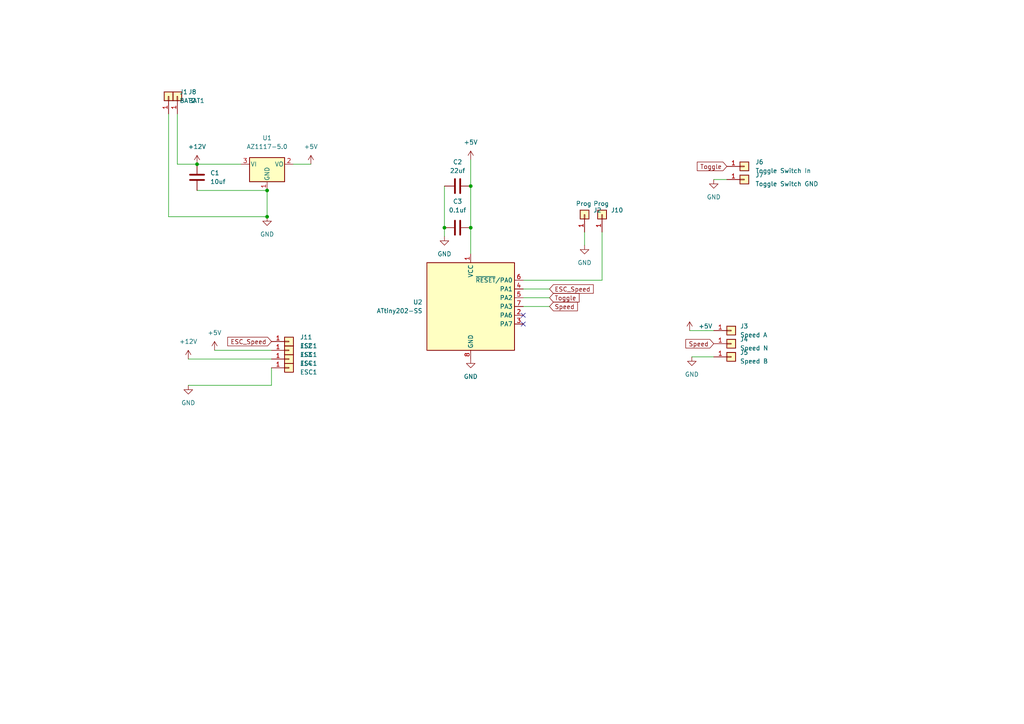
<source format=kicad_sch>
(kicad_sch (version 20211123) (generator eeschema)
  (paper "A4")
  (lib_symbols
    (symbol "Connector_Generic:Conn_01x01" (pin_names (offset 1.016) hide)
      (property "Reference" "J" (at 0 2.54 0))
      (property "Value" "Conn_01x01" (at 0 -2.54 0))
      (symbol "Conn_01x01_1_1"
        (rectangle (start -1.27 0.127) (end 0 -0.127) (stroke (width 0.1524)))
        (rectangle (start -1.27 1.27) (end 1.27 -1.27) (stroke (width 0.254)) (fill (type background)))
        (pin passive line (at -5.08 0 0) (length 3.81) (name "Pin_1") (number "1"))
      )
    )
    (symbol "Device:C" (pin_numbers hide) (pin_names (offset 0.254))
      (property "Reference" "C" (at 0.635 2.54 0))
      (property "Value" "C" (at 0.635 -2.54 0))
      (symbol "C_0_1"
        (polyline (pts (xy -2.032 -0.762) (xy 2.032 -0.762)) (stroke (width 0.508)))
        (polyline (pts (xy -2.032 0.762) (xy 2.032 0.762)) (stroke (width 0.508)))
      )
      (symbol "C_1_1"
        (pin passive line (at 0 3.81 270) (length 2.794) (name "~") (number "1"))
        (pin passive line (at 0 -3.81 90) (length 2.794) (name "~") (number "2"))
      )
    )
    (symbol "MCU_Microchip_ATtiny:ATtiny202-SS"
      (property "Reference" "U" (at -12.7 13.97 0))
      (property "Value" "ATtiny202-SS" (at 2.54 -13.97 0))
      (symbol "ATtiny202-SS_0_1"
        (rectangle (start -12.7 -12.7) (end 12.7 12.7) (stroke (width 0.254)) (fill (type background)))
      )
      (symbol "ATtiny202-SS_1_1"
        (pin power_in line (at 0 15.24 270) (length 2.54) (name "VCC") (number "1"))
        (pin bidirectional line (at 15.24 -2.54 180) (length 2.54) (name "PA6") (number "2"))
        (pin bidirectional line (at 15.24 -5.08 180) (length 2.54) (name "PA7") (number "3"))
        (pin bidirectional line (at 15.24 5.08 180) (length 2.54) (name "PA1") (number "4"))
        (pin bidirectional line (at 15.24 2.54 180) (length 2.54) (name "PA2") (number "5"))
        (pin bidirectional line (at 15.24 7.62 180) (length 2.54) (name "~{RESET}/PA0") (number "6"))
        (pin bidirectional line (at 15.24 0 180) (length 2.54) (name "PA3") (number "7"))
        (pin power_in line (at 0 -15.24 90) (length 2.54) (name "GND") (number "8"))
      )
    )
    (symbol "Regulator_Linear:AZ1117-5.0" (pin_names (offset 0.254))
      (property "Reference" "U" (at -3.81 3.175 0))
      (property "Value" "AZ1117-5.0" (at 0 3.175 0))
      (symbol "AZ1117-5.0_0_1"
        (rectangle (start -5.08 1.905) (end 5.08 -5.08) (stroke (width 0.254)) (fill (type background)))
      )
      (symbol "AZ1117-5.0_1_1"
        (pin power_in line (at 0 -7.62 90) (length 2.54) (name "GND") (number "1"))
        (pin power_out line (at 7.62 0 180) (length 2.54) (name "VO") (number "2"))
        (pin power_in line (at -7.62 0 0) (length 2.54) (name "VI") (number "3"))
      )
    )
    (symbol "power:+12V" (power) (pin_names (offset 0))
      (property "Value" "+12V" (at 0 3.556 0))
      (symbol "+12V_0_1"
        (polyline (pts (xy -0.762 1.27) (xy 0 2.54)))
        (polyline (pts (xy 0 0) (xy 0 2.54)))
        (polyline (pts (xy 0 2.54) (xy 0.762 1.27)))
      )
      (symbol "+12V_1_1"
        (pin power_in line (at 0 0 90) (length 0) hide (name "+12V") (number "1"))
      )
    )
    (symbol "power:+5V" (power) (pin_names (offset 0))
      (property "Value" "+5V" (at 0 3.556 0))
      (symbol "+5V_0_1"
        (polyline (pts (xy -0.762 1.27) (xy 0 2.54)))
        (polyline (pts (xy 0 0) (xy 0 2.54)))
        (polyline (pts (xy 0 2.54) (xy 0.762 1.27)))
      )
      (symbol "+5V_1_1"
        (pin power_in line (at 0 0 90) (length 0) hide (name "+5V") (number "1"))
      )
    )
    (symbol "power:GND" (power) (pin_names (offset 0))
      (property "Value" "GND" (at 0 -3.81 0))
      (symbol "GND_0_1"
        (polyline (pts (xy 0 0) (xy 0 -1.27) (xy 1.27 -1.27) (xy 0 -2.54) (xy -1.27 -1.27) (xy 0 -1.27)))
      )
      (symbol "GND_1_1"
        (pin power_in line (at 0 0 270) (length 0) hide (name "GND") (number "1"))
      )
    )
  )
  (junction (at 57.15 47.625))
  (junction (at 77.47 55.245))
  (junction (at 136.525 66.04))
  (junction (at 128.905 66.04))
  (junction (at 77.47 62.865))
  (junction (at 136.525 53.975))
  (no_connect (at 151.765 93.98))
  (no_connect (at 151.765 91.44))
  (wire (pts (xy 57.15 47.625) (xy 51.435 47.625)))
  (wire (pts (xy 136.525 46.355) (xy 136.525 53.975)))
  (wire (pts (xy 200.66 103.505) (xy 207.01 103.505)))
  (wire (pts (xy 54.61 111.76) (xy 78.74 111.76)))
  (wire (pts (xy 54.61 104.14) (xy 78.74 104.14)))
  (wire (pts (xy 207.01 52.07) (xy 210.82 52.07)))
  (wire (pts (xy 48.895 33.02) (xy 48.895 62.865)))
  (wire (pts (xy 200.025 95.885) (xy 207.01 95.885)))
  (wire (pts (xy 136.525 53.975) (xy 136.525 66.04)))
  (wire (pts (xy 151.765 86.36) (xy 159.385 86.36)))
  (wire (pts (xy 78.74 106.68) (xy 78.74 111.76)))
  (wire (pts (xy 151.765 83.82) (xy 159.385 83.82)))
  (wire (pts (xy 136.525 66.04) (xy 136.525 73.66)))
  (wire (pts (xy 62.23 101.6) (xy 78.74 101.6)))
  (wire (pts (xy 48.895 62.865) (xy 77.47 62.865)))
  (wire (pts (xy 174.625 67.31) (xy 174.625 81.28)))
  (wire (pts (xy 57.15 55.245) (xy 77.47 55.245)))
  (wire (pts (xy 128.905 66.04) (xy 128.905 68.58)))
  (wire (pts (xy 151.765 88.9) (xy 159.385 88.9)))
  (wire (pts (xy 85.09 47.625) (xy 90.17 47.625)))
  (wire (pts (xy 128.905 53.975) (xy 128.905 66.04)))
  (wire (pts (xy 57.15 47.625) (xy 69.85 47.625)))
  (wire (pts (xy 151.765 81.28) (xy 174.625 81.28)))
  (wire (pts (xy 77.47 55.245) (xy 77.47 62.865)))
  (wire (pts (xy 51.435 47.625) (xy 51.435 33.02)))
  (wire (pts (xy 169.545 67.31) (xy 169.545 71.12)))
  (global_label "Speed" (shape input) (at 159.385 88.9 0) (property "Intersheet References" "${INTERSHEET_REFS}" (effects hide)))
  (global_label "Toggle" (shape input) (at 159.385 86.36 0) (property "Intersheet References" "${INTERSHEET_REFS}" (effects hide)))
  (global_label "ESC_Speed" (shape input) (at 159.385 83.82 0) (property "Intersheet References" "${INTERSHEET_REFS}" (effects hide)))
  (global_label "ESC_Speed" (shape input) (at 78.74 99.06 180) (property "Intersheet References" "${INTERSHEET_REFS}" (effects hide)))
  (global_label "Speed" (shape input) (at 207.01 99.695 180) (property "Intersheet References" "${INTERSHEET_REFS}" (effects hide)))
  (global_label "Toggle" (shape input) (at 210.82 48.26 180) (property "Intersheet References" "${INTERSHEET_REFS}" (effects hide)))
  (symbol (lib_id "Connector_Generic:Conn_01x01") (at 51.435 27.94 90) (unit 1)
    (property "Reference" "J8" (at 54.61 26.6699 90) (effects (justify right)))
    (property "Value" "BAT1" (at 54.61 29.2099 90) (effects (justify right)))
    (property "Footprint" "TestPoint:TestPoint_Keystone_5015_Micro-Minature" (effects hide))
  )
  (symbol (lib_id "power:GND") (at 169.545 71.12 0) (unit 1)
    (property "Reference" "#PWR0102" (effects hide))
    (property "Value" "GND" (at 169.545 76.2 0))
  )
  (symbol (lib_id "power:+5V") (at 136.525 46.355 0) (unit 1)
    (property "Reference" "#PWR0114" (effects hide))
    (property "Value" "+5V" (at 136.525 41.275 0))
  )
  (symbol (lib_id "MCU_Microchip_ATtiny:ATtiny202-SS") (at 136.525 88.9 0) (unit 1)
    (property "Reference" "U2" (at 122.555 87.6299 0) (effects (justify right)))
    (property "Value" "ATtiny202-SS" (at 122.555 90.1699 0) (effects (justify right)))
    (property "Footprint" "Package_SO:SOIC-8_3.9x4.9mm_P1.27mm" (effects hide))
    (property "Datasheet" "http://ww1.microchip.com/downloads/en/DeviceDoc/ATtiny202-402-AVR-MCU-with-Core-Independent-Peripherals_and-picoPower-40001969A.pdf" (effects hide))
  )
  (symbol (lib_id "power:GND") (at 207.01 52.07 0) (unit 1)
    (property "Reference" "#PWR0105" (effects hide))
    (property "Value" "GND" (at 207.01 57.15 0))
  )
  (symbol (lib_id "power:GND") (at 128.905 68.58 0) (unit 1)
    (property "Reference" "#PWR0106" (effects hide))
    (property "Value" "GND" (at 128.905 73.66 0))
  )
  (symbol (lib_id "Connector_Generic:Conn_01x01") (at 83.82 106.68 0) (unit 1)
    (property "Reference" "J14" (at 86.995 105.4099 0) (effects (justify left)))
    (property "Value" "ESC1" (at 86.995 107.9499 0) (effects (justify left)))
    (property "Footprint" "TestPoint:TestPoint_Pad_1.5x1.5mm" (effects hide))
  )
  (symbol (lib_id "power:+12V") (at 57.15 47.625 0) (unit 1)
    (property "Reference" "#PWR0111" (effects hide))
    (property "Value" "+12V" (at 57.15 42.545 0))
  )
  (symbol (lib_id "Connector_Generic:Conn_01x01") (at 212.09 95.885 0) (unit 1)
    (property "Reference" "J3" (at 214.63 94.6149 0) (effects (justify left)))
    (property "Value" "Speed A" (at 214.63 97.1549 0) (effects (justify left)))
    (property "Footprint" "TestPoint:TestPoint_Keystone_5015_Micro-Minature" (effects hide))
  )
  (symbol (lib_id "Regulator_Linear:AZ1117-5.0") (at 77.47 47.625 0) (unit 1)
    (property "Reference" "U1" (at 77.47 40.005 0))
    (property "Value" "AZ1117-5.0" (at 77.47 42.545 0))
    (property "Footprint" "Package_TO_SOT_SMD:SOT-223" (effects hide))
    (property "Datasheet" "https://www.diodes.com/assets/Datasheets/AZ1117.pdf" (effects hide))
  )
  (symbol (lib_id "Connector_Generic:Conn_01x01") (at 212.09 103.505 0) (unit 1)
    (property "Reference" "J5" (at 214.63 102.2349 0) (effects (justify left)))
    (property "Value" "Speed B" (at 214.63 104.7749 0) (effects (justify left)))
    (property "Footprint" "TestPoint:TestPoint_Keystone_5015_Micro-Minature" (effects hide))
  )
  (symbol (lib_id "Connector_Generic:Conn_01x01") (at 215.9 52.07 0) (unit 1)
    (property "Reference" "J7" (at 219.075 50.7999 0) (effects (justify left)))
    (property "Value" "Toggle Switch GND" (at 219.075 53.3399 0) (effects (justify left)))
    (property "Footprint" "TestPoint:TestPoint_Keystone_5015_Micro-Minature" (effects hide))
  )
  (symbol (lib_id "power:GND") (at 54.61 111.76 0) (unit 1)
    (property "Reference" "#PWR0110" (effects hide))
    (property "Value" "GND" (at 54.61 116.84 0))
  )
  (symbol (lib_id "power:GND") (at 200.66 103.505 0) (unit 1)
    (property "Reference" "#PWR0104" (effects hide))
    (property "Value" "GND" (at 200.66 108.585 0))
  )
  (symbol (lib_id "power:+12V") (at 54.61 104.14 0) (unit 1)
    (property "Reference" "#PWR0109" (effects hide))
    (property "Value" "+12V" (at 54.61 99.06 0))
  )
  (symbol (lib_id "Device:C") (at 57.15 51.435 0) (unit 1)
    (property "Reference" "C1" (at 60.96 50.1649 0) (effects (justify left)))
    (property "Value" "10uf" (at 60.96 52.7049 0) (effects (justify left)))
    (property "Footprint" "Capacitor_SMD:C_1206_3216Metric" (effects hide))
  )
  (symbol (lib_id "Connector_Generic:Conn_01x01") (at 83.82 101.6 0) (unit 1)
    (property "Reference" "J12" (at 86.995 100.3299 0) (effects (justify left)))
    (property "Value" "ESC1" (at 86.995 102.8699 0) (effects (justify left)))
    (property "Footprint" "TestPoint:TestPoint_Pad_1.5x1.5mm" (effects hide))
  )
  (symbol (lib_id "Connector_Generic:Conn_01x01") (at 212.09 99.695 0) (unit 1)
    (property "Reference" "J4" (at 214.63 98.4249 0) (effects (justify left)))
    (property "Value" "Speed N" (at 214.63 100.9649 0) (effects (justify left)))
    (property "Footprint" "TestPoint:TestPoint_Keystone_5015_Micro-Minature" (effects hide))
  )
  (symbol (lib_id "Connector_Generic:Conn_01x01") (at 174.625 62.23 90) (unit 1)
    (property "Reference" "J10" (at 177.165 60.9599 90) (effects (justify right)))
    (property "Value" "Prog" (at 172.085 59.055 90) (effects (justify right)))
    (property "Footprint" "TestPoint:TestPoint_Pad_1.5x1.5mm" (effects hide))
  )
  (symbol (lib_id "Connector_Generic:Conn_01x01") (at 48.895 27.94 90) (unit 1)
    (property "Reference" "J1" (at 52.07 26.6699 90) (effects (justify right)))
    (property "Value" "BAT2" (at 52.07 29.2099 90) (effects (justify right)))
    (property "Footprint" "TestPoint:TestPoint_Keystone_5015_Micro-Minature" (effects hide))
  )
  (symbol (lib_id "power:GND") (at 77.47 62.865 0) (unit 1)
    (property "Reference" "#PWR0113" (effects hide))
    (property "Value" "GND" (at 77.47 67.945 0))
  )
  (symbol (lib_id "Device:C") (at 132.715 66.04 270) (unit 1)
    (property "Reference" "C3" (at 132.715 58.42 90))
    (property "Value" "0.1uf" (at 132.715 60.96 90))
    (property "Footprint" "Capacitor_SMD:C_0805_2012Metric" (effects hide))
  )
  (symbol (lib_id "Connector_Generic:Conn_01x01") (at 83.82 104.14 0) (unit 1)
    (property "Reference" "J13" (at 86.995 102.8699 0) (effects (justify left)))
    (property "Value" "ESC1" (at 86.995 105.4099 0) (effects (justify left)))
    (property "Footprint" "TestPoint:TestPoint_Pad_1.5x1.5mm" (effects hide))
  )
  (symbol (lib_id "power:+5V") (at 200.025 95.885 0) (unit 1)
    (property "Reference" "#PWR0103" (effects hide))
    (property "Value" "+5V" (at 202.565 94.6149 0) (effects (justify left)))
  )
  (symbol (lib_id "power:+5V") (at 90.17 47.625 0) (unit 1)
    (property "Reference" "#PWR0112" (effects hide))
    (property "Value" "+5V" (at 90.17 42.545 0))
  )
  (symbol (lib_id "power:+5V") (at 62.23 101.6 0) (unit 1)
    (property "Reference" "#PWR0108" (effects hide))
    (property "Value" "+5V" (at 62.23 96.52 0))
  )
  (symbol (lib_id "power:GND") (at 136.525 104.14 0) (unit 1)
    (property "Reference" "#PWR0107" (effects hide))
    (property "Value" "GND" (at 136.525 109.22 0))
  )
  (symbol (lib_id "Connector_Generic:Conn_01x01") (at 83.82 99.06 0) (unit 1)
    (property "Reference" "J11" (at 86.995 97.7899 0) (effects (justify left)))
    (property "Value" "ESC1" (at 86.995 100.3299 0) (effects (justify left)))
    (property "Footprint" "TestPoint:TestPoint_Pad_1.5x1.5mm" (effects hide))
  )
  (symbol (lib_id "Connector_Generic:Conn_01x01") (at 215.9 48.26 0) (unit 1)
    (property "Reference" "J6" (at 219.075 46.9899 0) (effects (justify left)))
    (property "Value" "Toggle Switch In" (at 219.075 49.5299 0) (effects (justify left)))
    (property "Footprint" "TestPoint:TestPoint_Keystone_5015_Micro-Minature" (effects hide))
  )
  (symbol (lib_id "Connector_Generic:Conn_01x01") (at 169.545 62.23 90) (unit 1)
    (property "Reference" "J2" (at 172.085 60.9599 90) (effects (justify right)))
    (property "Value" "Prog" (at 167.005 59.055 90) (effects (justify right)))
    (property "Footprint" "TestPoint:TestPoint_Pad_1.5x1.5mm" (effects hide))
  )
  (symbol (lib_id "Device:C") (at 132.715 53.975 270) (unit 1)
    (property "Reference" "C2" (at 132.715 46.99 90))
    (property "Value" "22uf" (at 132.715 49.53 90))
    (property "Footprint" "Capacitor_SMD:C_1206_3216Metric" (effects hide))
  )
)
</source>
